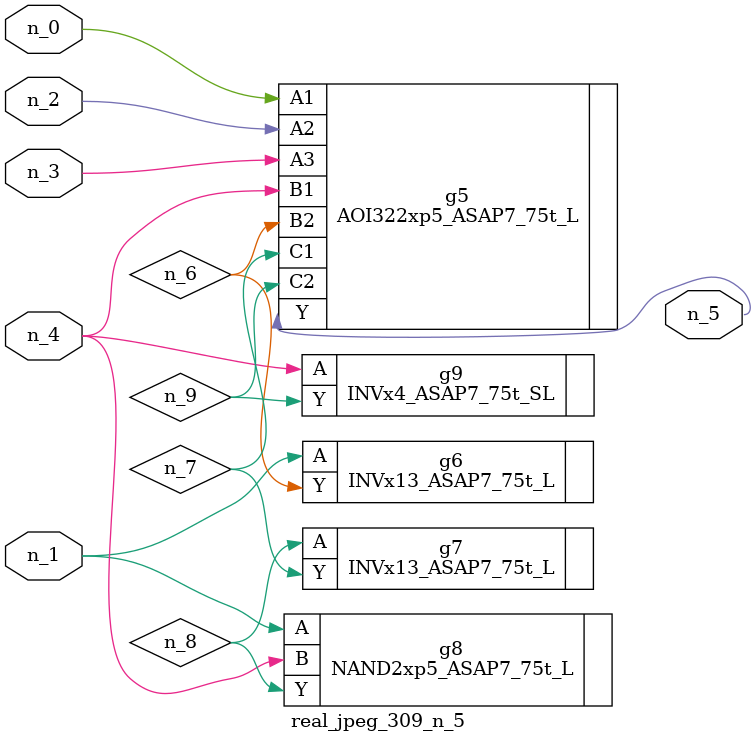
<source format=v>
module real_jpeg_309_n_5 (n_4, n_0, n_1, n_2, n_3, n_5);

input n_4;
input n_0;
input n_1;
input n_2;
input n_3;

output n_5;

wire n_8;
wire n_6;
wire n_7;
wire n_9;

AOI322xp5_ASAP7_75t_L g5 ( 
.A1(n_0),
.A2(n_2),
.A3(n_3),
.B1(n_4),
.B2(n_6),
.C1(n_7),
.C2(n_9),
.Y(n_5)
);

INVx13_ASAP7_75t_L g6 ( 
.A(n_1),
.Y(n_6)
);

NAND2xp5_ASAP7_75t_L g8 ( 
.A(n_1),
.B(n_4),
.Y(n_8)
);

INVx4_ASAP7_75t_SL g9 ( 
.A(n_4),
.Y(n_9)
);

INVx13_ASAP7_75t_L g7 ( 
.A(n_8),
.Y(n_7)
);


endmodule
</source>
